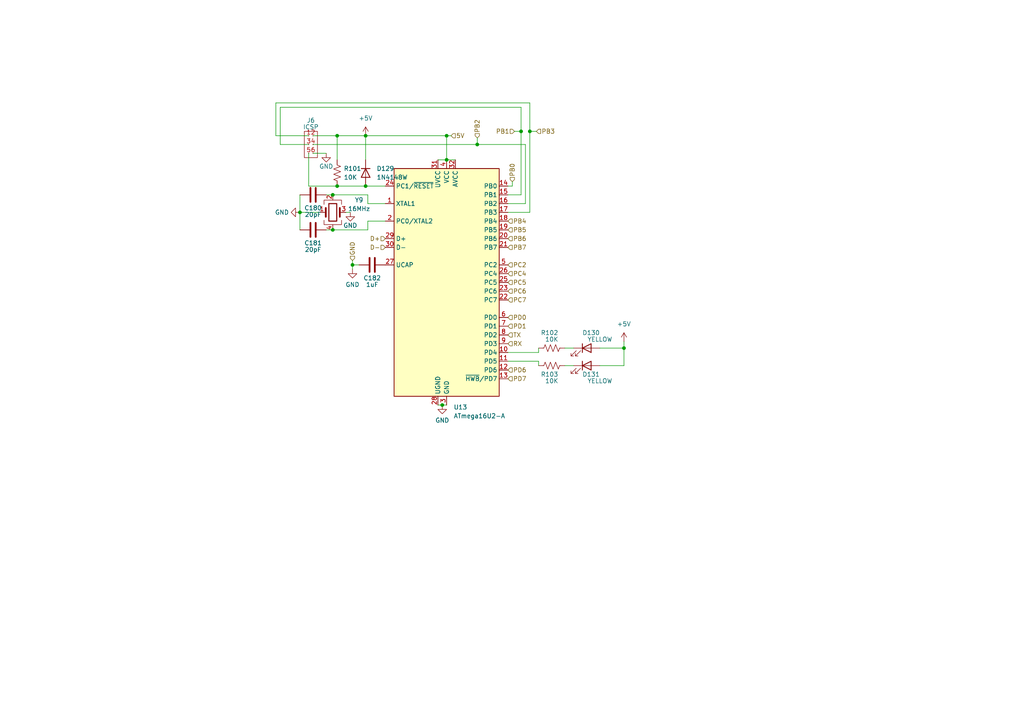
<source format=kicad_sch>
(kicad_sch (version 20211123) (generator eeschema)
  (paper "A4")
  (lib_symbols
    (symbol "Device:C" (pin_numbers hide) (pin_names (offset 0.254))
      (property "Reference" "C" (at 0.635 2.54 0))
      (property "Value" "C" (at 0.635 -2.54 0))
      (symbol "C_0_1"
        (polyline (pts (xy -2.032 -0.762) (xy 2.032 -0.762)) (stroke (width 0.508)))
        (polyline (pts (xy -2.032 0.762) (xy 2.032 0.762)) (stroke (width 0.508)))
      )
      (symbol "C_1_1"
        (pin passive line (at 0 3.81 270) (length 2.794) (name "~") (number "1"))
        (pin passive line (at 0 -3.81 90) (length 2.794) (name "~") (number "2"))
      )
    )
    (symbol "Device:Crystal_GND24" (pin_names (offset 1.016) hide)
      (property "Reference" "Y" (at 3.175 5.08 0))
      (property "Value" "Crystal_GND24" (at 3.175 3.175 0))
      (symbol "Crystal_GND24_0_1"
        (rectangle (start -1.143 2.54) (end 1.143 -2.54) (stroke (width 0.3048)))
        (polyline (pts (xy -2.54 0) (xy -2.032 0)))
        (polyline (pts (xy -2.032 -1.27) (xy -2.032 1.27)) (stroke (width 0.508)))
        (polyline (pts (xy 0 -3.81) (xy 0 -3.556)))
        (polyline (pts (xy 0 3.556) (xy 0 3.81)))
        (polyline (pts (xy 2.032 -1.27) (xy 2.032 1.27)) (stroke (width 0.508)))
        (polyline (pts (xy 2.032 0) (xy 2.54 0)))
        (polyline (pts (xy -2.54 -2.286) (xy -2.54 -3.556) (xy 2.54 -3.556) (xy 2.54 -2.286)))
        (polyline (pts (xy -2.54 2.286) (xy -2.54 3.556) (xy 2.54 3.556) (xy 2.54 2.286)))
      )
      (symbol "Crystal_GND24_1_1"
        (pin passive line (at -3.81 0 0) (length 1.27) (name "1") (number "1"))
        (pin passive line (at 0 5.08 270) (length 1.27) (name "2") (number "2"))
        (pin passive line (at 3.81 0 180) (length 1.27) (name "3") (number "3"))
        (pin passive line (at 0 -5.08 90) (length 1.27) (name "4") (number "4"))
      )
    )
    (symbol "Device:D" (pin_numbers hide) (pin_names (offset 1.016) hide)
      (property "Reference" "D" (at 0 2.54 0))
      (property "Value" "D" (at 0 -2.54 0))
      (symbol "D_0_1"
        (polyline (pts (xy -1.27 1.27) (xy -1.27 -1.27)) (stroke (width 0.254)))
        (polyline (pts (xy 1.27 0) (xy -1.27 0)))
        (polyline (pts (xy 1.27 1.27) (xy 1.27 -1.27) (xy -1.27 0) (xy 1.27 1.27)) (stroke (width 0.254)))
      )
      (symbol "D_1_1"
        (pin passive line (at -3.81 0 0) (length 2.54) (name "K") (number "1"))
        (pin passive line (at 3.81 0 180) (length 2.54) (name "A") (number "2"))
      )
    )
    (symbol "Device:LED" (pin_numbers hide) (pin_names (offset 1.016) hide)
      (property "Reference" "D" (at 0 2.54 0))
      (property "Value" "LED" (at 0 -2.54 0))
      (symbol "LED_0_1"
        (polyline (pts (xy -1.27 -1.27) (xy -1.27 1.27)) (stroke (width 0.254)))
        (polyline (pts (xy -1.27 0) (xy 1.27 0)))
        (polyline (pts (xy 1.27 -1.27) (xy 1.27 1.27) (xy -1.27 0) (xy 1.27 -1.27)) (stroke (width 0.254)))
        (polyline (pts (xy -3.048 -0.762) (xy -4.572 -2.286) (xy -3.81 -2.286) (xy -4.572 -2.286) (xy -4.572 -1.524)))
        (polyline (pts (xy -1.778 -0.762) (xy -3.302 -2.286) (xy -2.54 -2.286) (xy -3.302 -2.286) (xy -3.302 -1.524)))
      )
      (symbol "LED_1_1"
        (pin passive line (at -3.81 0 0) (length 2.54) (name "K") (number "1"))
        (pin passive line (at 3.81 0 180) (length 2.54) (name "A") (number "2"))
      )
    )
    (symbol "Device:R_US" (pin_numbers hide) (pin_names (offset 0))
      (property "Reference" "R" (at 2.54 0 90))
      (property "Value" "R_US" (at -2.54 0 90))
      (symbol "R_US_0_1"
        (polyline (pts (xy 0 -2.286) (xy 0 -2.54)))
        (polyline (pts (xy 0 2.286) (xy 0 2.54)))
        (polyline (pts (xy 0 -0.762) (xy 1.016 -1.143) (xy 0 -1.524) (xy -1.016 -1.905) (xy 0 -2.286)))
        (polyline (pts (xy 0 0.762) (xy 1.016 0.381) (xy 0 0) (xy -1.016 -0.381) (xy 0 -0.762)))
        (polyline (pts (xy 0 2.286) (xy 1.016 1.905) (xy 0 1.524) (xy -1.016 1.143) (xy 0 0.762)))
      )
      (symbol "R_US_1_1"
        (pin passive line (at 0 3.81 270) (length 1.27) (name "~") (number "1"))
        (pin passive line (at 0 -3.81 90) (length 1.27) (name "~") (number "2"))
      )
    )
    (symbol "MCU_Microchip_ATmega:ATmega16U2-A"
      (property "Reference" "U" (at -15.24 34.29 0))
      (property "Value" "ATmega16U2-A" (at 2.54 -34.29 0))
      (symbol "ATmega16U2-A_0_1"
        (rectangle (start -15.24 -33.02) (end 15.24 33.02) (stroke (width 0.254)) (fill (type background)))
      )
      (symbol "ATmega16U2-A_1_1"
        (pin input line (at -17.78 22.86 0) (length 2.54) (name "XTAL1") (number "1"))
        (pin bidirectional line (at 17.78 -20.32 180) (length 2.54) (name "PD4") (number "10"))
        (pin bidirectional line (at 17.78 -22.86 180) (length 2.54) (name "PD5") (number "11"))
        (pin bidirectional line (at 17.78 -25.4 180) (length 2.54) (name "PD6") (number "12"))
        (pin bidirectional line (at 17.78 -27.94 180) (length 2.54) (name "~{HWB}/PD7") (number "13"))
        (pin bidirectional line (at 17.78 27.94 180) (length 2.54) (name "PB0") (number "14"))
        (pin bidirectional line (at 17.78 25.4 180) (length 2.54) (name "PB1") (number "15"))
        (pin bidirectional line (at 17.78 22.86 180) (length 2.54) (name "PB2") (number "16"))
        (pin bidirectional line (at 17.78 20.32 180) (length 2.54) (name "PB3") (number "17"))
        (pin bidirectional line (at 17.78 17.78 180) (length 2.54) (name "PB4") (number "18"))
        (pin bidirectional line (at 17.78 15.24 180) (length 2.54) (name "PB5") (number "19"))
        (pin bidirectional line (at -17.78 17.78 0) (length 2.54) (name "PC0/XTAL2") (number "2"))
        (pin bidirectional line (at 17.78 12.7 180) (length 2.54) (name "PB6") (number "20"))
        (pin bidirectional line (at 17.78 10.16 180) (length 2.54) (name "PB7") (number "21"))
        (pin bidirectional line (at 17.78 -5.08 180) (length 2.54) (name "PC7") (number "22"))
        (pin bidirectional line (at 17.78 -2.54 180) (length 2.54) (name "PC6") (number "23"))
        (pin bidirectional line (at -17.78 27.94 0) (length 2.54) (name "PC1/~{RESET}") (number "24"))
        (pin bidirectional line (at 17.78 0 180) (length 2.54) (name "PC5") (number "25"))
        (pin bidirectional line (at 17.78 2.54 180) (length 2.54) (name "PC4") (number "26"))
        (pin passive line (at -17.78 5.08 0) (length 2.54) (name "UCAP") (number "27"))
        (pin power_in line (at -2.54 -35.56 90) (length 2.54) (name "UGND") (number "28"))
        (pin bidirectional line (at -17.78 12.7 0) (length 2.54) (name "D+") (number "29"))
        (pin power_in line (at 0 -35.56 90) (length 2.54) (name "GND") (number "3"))
        (pin bidirectional line (at -17.78 10.16 0) (length 2.54) (name "D-") (number "30"))
        (pin power_in line (at -2.54 35.56 270) (length 2.54) (name "UVCC") (number "31"))
        (pin power_in line (at 2.54 35.56 270) (length 2.54) (name "AVCC") (number "32"))
        (pin power_in line (at 0 35.56 270) (length 2.54) (name "VCC") (number "4"))
        (pin bidirectional line (at 17.78 5.08 180) (length 2.54) (name "PC2") (number "5"))
        (pin bidirectional line (at 17.78 -10.16 180) (length 2.54) (name "PD0") (number "6"))
        (pin bidirectional line (at 17.78 -12.7 180) (length 2.54) (name "PD1") (number "7"))
        (pin bidirectional line (at 17.78 -15.24 180) (length 2.54) (name "PD2") (number "8"))
        (pin bidirectional line (at 17.78 -17.78 180) (length 2.54) (name "PD3") (number "9"))
      )
    )
    (symbol "Pin_Header_3x2_1"
      (property "Reference" "J" (at 0 0 0))
      (property "Value" "Pin_Header_3x2_1" (at 0 2.286 0))
      (symbol "Pin_Header_3x2_1_0_1"
        (rectangle (start -1.27 -1.27) (end 2.54 -8.89) (stroke (width 0.1524)))
        (circle (center 0 -7.62) (radius 0.0001) (stroke (width 0.1524)))
        (circle (center 0 -5.08) (radius 0.0001) (stroke (width 0.1524)))
        (circle (center 0 -2.54) (radius 0.0001) (stroke (width 0.1524)))
        (circle (center 1.27 -7.62) (radius 0.0001) (stroke (width 0.1524)))
        (circle (center 1.27 -5.08) (radius 0.0001) (stroke (width 0.1524)))
        (circle (center 1.27 -2.54) (radius 0.0001) (stroke (width 0.1524)))
      )
      (symbol "Pin_Header_3x2_1_1_1"
        (pin input line (at 0 -2.54 0) (length 0) (name "") (number "1"))
        (pin input line (at 1.27 -2.54 180) (length 0) (name "") (number "2"))
        (pin input line (at 0 -5.08 0) (length 0) (name "") (number "3"))
        (pin input line (at 1.27 -5.08 180) (length 0) (name "") (number "4"))
        (pin input line (at 0 -7.62 0) (length 0) (name "") (number "5"))
        (pin input line (at 1.27 -7.62 180) (length 0) (name "") (number "6"))
      )
    )
    (symbol "power:+5V" (power) (pin_names (offset 0))
      (property "Value" "+5V" (at 0 3.556 0))
      (symbol "+5V_0_1"
        (polyline (pts (xy -0.762 1.27) (xy 0 2.54)))
        (polyline (pts (xy 0 0) (xy 0 2.54)))
        (polyline (pts (xy 0 2.54) (xy 0.762 1.27)))
      )
      (symbol "+5V_1_1"
        (pin power_in line (at 0 0 90) (length 0) hide (name "+5V") (number "1"))
      )
    )
    (symbol "power:GND" (power) (pin_names (offset 0))
      (property "Value" "GND" (at 0 -3.81 0))
      (symbol "GND_0_1"
        (polyline (pts (xy 0 0) (xy 0 -1.27) (xy 1.27 -1.27) (xy 0 -2.54) (xy -1.27 -1.27) (xy 0 -1.27)))
      )
      (symbol "GND_1_1"
        (pin power_in line (at 0 0 270) (length 0) hide (name "GND") (number "1"))
      )
    )
  )
  (junction (at 153.67 38.1))
  (junction (at 138.43 41.91))
  (junction (at 86.995 61.595))
  (junction (at 129.54 46.355))
  (junction (at 128.27 117.475))
  (junction (at 96.52 56.515))
  (junction (at 97.79 39.37))
  (junction (at 97.79 53.975))
  (junction (at 151.13 38.1))
  (junction (at 106.045 39.37))
  (junction (at 129.54 39.37))
  (junction (at 96.52 66.675))
  (junction (at 102.235 76.835))
  (junction (at 180.975 100.965))
  (junction (at 106.045 53.975))
  (wire (pts (xy 153.67 61.595) (xy 153.67 38.1)))
  (wire (pts (xy 102.235 76.835) (xy 102.235 78.105)))
  (wire (pts (xy 156.21 104.775) (xy 156.21 106.045)))
  (wire (pts (xy 86.995 56.515) (xy 86.995 61.595)))
  (wire (pts (xy 97.79 39.37) (xy 106.045 39.37)))
  (wire (pts (xy 151.13 31.115) (xy 81.28 31.115)))
  (wire (pts (xy 90.805 41.91) (xy 138.43 41.91)))
  (wire (pts (xy 129.54 39.37) (xy 129.54 46.355)))
  (wire (pts (xy 180.975 100.965) (xy 180.975 99.06)))
  (wire (pts (xy 128.27 117.475) (xy 129.54 117.475)))
  (wire (pts (xy 102.235 75.565) (xy 102.235 76.835)))
  (wire (pts (xy 147.32 102.235) (xy 156.21 102.235)))
  (wire (pts (xy 151.13 56.515) (xy 151.13 38.1)))
  (wire (pts (xy 80.01 39.37) (xy 89.535 39.37)))
  (wire (pts (xy 100.33 61.595) (xy 101.6 61.595)))
  (wire (pts (xy 153.67 38.1) (xy 155.575 38.1)))
  (wire (pts (xy 127 46.355) (xy 129.54 46.355)))
  (wire (pts (xy 111.76 59.055) (xy 106.68 59.055)))
  (wire (pts (xy 106.68 66.675) (xy 96.52 66.675)))
  (wire (pts (xy 106.68 56.515) (xy 96.52 56.515)))
  (wire (pts (xy 129.54 46.355) (xy 132.08 46.355)))
  (wire (pts (xy 173.99 100.965) (xy 180.975 100.965)))
  (wire (pts (xy 90.805 39.37) (xy 97.79 39.37)))
  (wire (pts (xy 173.99 106.045) (xy 180.975 106.045)))
  (wire (pts (xy 147.32 61.595) (xy 153.67 61.595)))
  (wire (pts (xy 89.535 44.45) (xy 89.535 53.975)))
  (wire (pts (xy 106.045 39.37) (xy 106.045 46.355)))
  (wire (pts (xy 94.615 56.515) (xy 96.52 56.515)))
  (wire (pts (xy 81.28 41.91) (xy 89.535 41.91)))
  (wire (pts (xy 148.59 53.975) (xy 148.59 52.705)))
  (wire (pts (xy 106.68 64.135) (xy 106.68 66.675)))
  (wire (pts (xy 152.4 59.055) (xy 147.32 59.055)))
  (wire (pts (xy 97.79 53.975) (xy 106.045 53.975)))
  (wire (pts (xy 153.67 29.845) (xy 80.01 29.845)))
  (wire (pts (xy 96.52 66.675) (xy 94.615 66.675)))
  (wire (pts (xy 104.14 76.835) (xy 102.235 76.835)))
  (wire (pts (xy 81.28 31.115) (xy 81.28 41.91)))
  (wire (pts (xy 97.79 53.975) (xy 89.535 53.975)))
  (wire (pts (xy 163.83 106.045) (xy 166.37 106.045)))
  (wire (pts (xy 152.4 41.91) (xy 152.4 59.055)))
  (wire (pts (xy 138.43 40.005) (xy 138.43 41.91)))
  (wire (pts (xy 163.83 100.965) (xy 166.37 100.965)))
  (wire (pts (xy 149.225 38.1) (xy 151.13 38.1)))
  (wire (pts (xy 156.21 102.235) (xy 156.21 100.965)))
  (wire (pts (xy 80.01 29.845) (xy 80.01 39.37)))
  (wire (pts (xy 151.13 38.1) (xy 151.13 31.115)))
  (wire (pts (xy 90.805 44.45) (xy 94.615 44.45)))
  (wire (pts (xy 106.045 39.37) (xy 129.54 39.37)))
  (wire (pts (xy 106.68 59.055) (xy 106.68 56.515)))
  (wire (pts (xy 129.54 39.37) (xy 130.81 39.37)))
  (wire (pts (xy 147.32 56.515) (xy 151.13 56.515)))
  (wire (pts (xy 97.79 39.37) (xy 97.79 46.355)))
  (wire (pts (xy 127 117.475) (xy 128.27 117.475)))
  (wire (pts (xy 180.975 106.045) (xy 180.975 100.965)))
  (wire (pts (xy 147.32 53.975) (xy 148.59 53.975)))
  (wire (pts (xy 153.67 38.1) (xy 153.67 29.845)))
  (wire (pts (xy 86.995 61.595) (xy 92.71 61.595)))
  (wire (pts (xy 138.43 41.91) (xy 152.4 41.91)))
  (wire (pts (xy 86.995 61.595) (xy 86.995 66.675)))
  (wire (pts (xy 106.045 53.975) (xy 111.76 53.975)))
  (wire (pts (xy 147.32 104.775) (xy 156.21 104.775)))
  (wire (pts (xy 111.76 64.135) (xy 106.68 64.135)))
  (hierarchical_label "PD6" (shape input) (at 147.32 107.315 0))
  (hierarchical_label "5V" (shape input) (at 130.81 39.37 0))
  (hierarchical_label "PC2" (shape input) (at 147.32 76.835 0))
  (hierarchical_label "PD1" (shape input) (at 147.32 94.615 0))
  (hierarchical_label "GND" (shape input) (at 102.235 75.565 90))
  (hierarchical_label "PB7" (shape input) (at 147.32 71.755 0))
  (hierarchical_label "PB2" (shape input) (at 138.43 40.005 90))
  (hierarchical_label "PB4" (shape input) (at 147.32 64.135 0))
  (hierarchical_label "D-" (shape input) (at 111.76 71.755 180))
  (hierarchical_label "PB6" (shape input) (at 147.32 69.215 0))
  (hierarchical_label "PB1" (shape input) (at 149.225 38.1 180))
  (hierarchical_label "PC4" (shape input) (at 147.32 79.375 0))
  (hierarchical_label "RX" (shape input) (at 147.32 99.695 0))
  (hierarchical_label "TX" (shape input) (at 147.32 97.155 0))
  (hierarchical_label "PB5" (shape input) (at 147.32 66.675 0))
  (hierarchical_label "PC5" (shape input) (at 147.32 81.915 0))
  (hierarchical_label "PC7" (shape input) (at 147.32 86.995 0))
  (hierarchical_label "PD0" (shape input) (at 147.32 92.075 0))
  (hierarchical_label "PC6" (shape input) (at 147.32 84.455 0))
  (hierarchical_label "D+" (shape input) (at 111.76 69.215 180))
  (hierarchical_label "PB0" (shape input) (at 148.59 52.705 90))
  (hierarchical_label "PD7" (shape input) (at 147.32 109.855 0))
  (hierarchical_label "PB3" (shape input) (at 155.575 38.1 0))
  (symbol (lib_id "Device:R_US") (at 160.02 100.965 90) (unit 1)
    (property "Reference" "R102" (at 159.385 96.52 90))
    (property "Value" "10K" (at 160.02 98.425 90))
    (property "Footprint" "Resistor_SMD:R_0603_1608Metric" (effects hide))
  )
  (symbol (lib_id "power:GND") (at 128.27 117.475 0) (unit 1)
    (property "Reference" "#PWR0394" (effects hide))
    (property "Value" "GND" (at 128.27 121.92 0))
  )
  (symbol (lib_id "power:GND") (at 102.235 78.105 0) (unit 1)
    (property "Reference" "#PWR0395" (effects hide))
    (property "Value" "GND" (at 102.235 82.55 0))
  )
  (symbol (lib_id "Device:R_US") (at 97.79 50.165 0) (unit 1)
    (property "Reference" "R101" (at 99.695 48.8949 0) (effects (justify left)))
    (property "Value" "10K" (at 99.695 51.4349 0) (effects (justify left)))
    (property "Footprint" "Resistor_SMD:R_0603_1608Metric" (effects hide))
  )
  (symbol (lib_id "Device:C") (at 107.95 76.835 90) (unit 1)
    (property "Reference" "C182" (at 107.95 80.645 90))
    (property "Value" "1uF" (at 107.95 82.55 90))
    (property "Footprint" "Capacitor_SMD:C_0603_1608Metric" (effects hide))
  )
  (symbol (lib_id "Device:C") (at 90.805 66.675 90) (unit 1)
    (property "Reference" "C181" (at 90.805 70.485 90))
    (property "Value" "20pF" (at 90.805 72.39 90))
    (property "Footprint" "Capacitor_SMD:C_0603_1608Metric" (effects hide))
  )
  (symbol (lib_id "Device:R_US") (at 160.02 106.045 90) (unit 1)
    (property "Reference" "R103" (at 159.385 108.585 90))
    (property "Value" "10K" (at 160.02 110.49 90))
    (property "Footprint" "Resistor_SMD:R_0603_1608Metric" (effects hide))
  )
  (symbol (lib_id "power:+5V") (at 180.975 99.06 0) (unit 1)
    (property "Reference" "#PWR0390" (effects hide))
    (property "Value" "+5V" (at 180.975 93.98 0))
  )
  (symbol (lib_id "Device:LED") (at 170.18 106.045 0) (unit 1)
    (property "Reference" "D131" (at 171.45 108.585 0))
    (property "Value" "YELLOW" (at 173.99 110.49 0))
    (property "Footprint" "LED_SMD:LED_0805_2012Metric" (effects hide))
  )
  (symbol (lib_id "Device:D") (at 106.045 50.165 270) (unit 1)
    (property "Reference" "D129" (at 109.22 48.8949 90) (effects (justify left)))
    (property "Value" "1N4148W" (at 109.22 51.4349 90) (effects (justify left)))
    (property "Footprint" "Diode_SMD:D_SOD-123" (effects hide))
  )
  (symbol (lib_id "MCU_Microchip_ATmega:ATmega16U2-A") (at 129.54 81.915 0) (unit 1)
    (property "Reference" "U13" (at 131.5594 118.11 0) (effects (justify left)))
    (property "Value" "ATmega16U2-A" (at 131.5594 120.65 0) (effects (justify left)))
    (property "Footprint" "Package_QFP:TQFP-32_7x7mm_P0.8mm" (effects hide))
    (property "Datasheet" "http://ww1.microchip.com/downloads/en/DeviceDoc/doc7799.pdf" (effects hide))
  )
  (symbol (lib_name "Pin_Header_3x2_1") (lib_id "Pin Header:Pin_Header_3x2") (at 89.535 36.83 0) (unit 1)
    (property "Reference" "J6" (at 90.17 34.925 0))
    (property "Value" "ICSP" (at 90.17 36.83 0))
    (property "Footprint" "Connector_PinHeader_2.54mm:PinHeader_2x03_P2.54mm_Vertical" (effects hide))
  )
  (symbol (lib_id "power:+5V") (at 106.045 39.37 0) (unit 1)
    (property "Reference" "#PWR0392" (effects hide))
    (property "Value" "+5V" (at 106.045 34.29 0))
  )
  (symbol (lib_id "Device:C") (at 90.805 56.515 90) (unit 1)
    (property "Reference" "C180" (at 90.805 60.325 90))
    (property "Value" "20pF" (at 90.805 62.23 90))
    (property "Footprint" "Capacitor_SMD:C_0603_1608Metric" (effects hide))
  )
  (symbol (lib_id "power:GND") (at 94.615 44.45 0) (unit 1)
    (property "Reference" "#PWR0391" (effects hide))
    (property "Value" "GND" (at 94.615 48.26 0))
  )
  (symbol (lib_id "Device:Crystal_GND24") (at 96.52 61.595 0) (unit 1)
    (property "Reference" "Y9" (at 104.14 58.0136 0))
    (property "Value" "16MHz" (at 104.14 60.5536 0))
    (property "Footprint" "Crystal:Crystal_SMD_3225-4Pin_3.2x2.5mm" (effects hide))
  )
  (symbol (lib_id "Device:LED") (at 170.18 100.965 0) (unit 1)
    (property "Reference" "D130" (at 171.45 96.52 0))
    (property "Value" "YELLOW" (at 173.99 98.425 0))
    (property "Footprint" "LED_SMD:LED_0805_2012Metric" (effects hide))
  )
  (symbol (lib_id "power:GND") (at 86.995 61.595 270) (unit 1)
    (property "Reference" "#PWR0393" (effects hide))
    (property "Value" "GND" (at 83.82 61.5949 90) (effects (justify right)))
  )
  (symbol (lib_id "power:GND") (at 101.6 61.595 0) (unit 1)
    (property "Reference" "#PWR0415" (effects hide))
    (property "Value" "GND" (at 101.6 65.405 0))
  )
)
</source>
